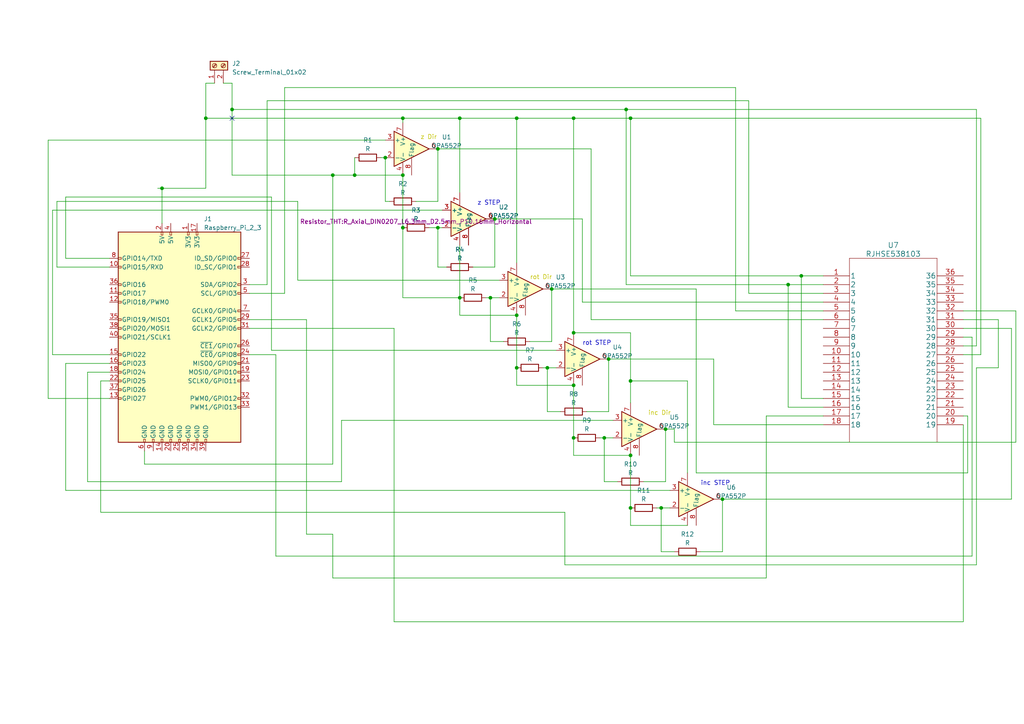
<source format=kicad_sch>
(kicad_sch (version 20220331) (generator eeschema)
  (paper "A4")
  (lib_symbols
    (symbol "2022-04-05_18-16-32:RJHSE538103" (pin_names (offset 0.254))
      (property "Reference" "U" (at 20.32 10.16 0))
      (property "Value" "RJHSE538103" (at 20.32 7.62 0))
      (symbol "RJHSE538103_1_1"
        (polyline (pts (xy 7.62 -48.26) (xy 33.02 -48.26)) (stroke (width 0.127)))
        (polyline (pts (xy 7.62 5.08) (xy 7.62 -48.26)) (stroke (width 0.127)))
        (polyline (pts (xy 33.02 -48.26) (xy 33.02 5.08)) (stroke (width 0.127)))
        (polyline (pts (xy 33.02 5.08) (xy 7.62 5.08)) (stroke (width 0.127)))
        (pin unspecified line (at 0 0 0) (length 7.62) (name "1") (number "1"))
        (pin unspecified line (at 0 -22.86 0) (length 7.62) (name "10") (number "10"))
        (pin unspecified line (at 0 -25.4 0) (length 7.62) (name "11") (number "11"))
        (pin unspecified line (at 0 -27.94 0) (length 7.62) (name "12") (number "12"))
        (pin unspecified line (at 0 -30.48 0) (length 7.62) (name "13") (number "13"))
        (pin unspecified line (at 0 -33.02 0) (length 7.62) (name "14") (number "14"))
        (pin unspecified line (at 0 -35.56 0) (length 7.62) (name "15") (number "15"))
        (pin unspecified line (at 0 -38.1 0) (length 7.62) (name "16") (number "16"))
        (pin unspecified line (at 0 -40.64 0) (length 7.62) (name "17") (number "17"))
        (pin unspecified line (at 0 -43.18 0) (length 7.62) (name "18") (number "18"))
        (pin unspecified line (at 40.64 -43.18 180) (length 7.62) (name "19") (number "19"))
        (pin unspecified line (at 0 -2.54 0) (length 7.62) (name "2") (number "2"))
        (pin unspecified line (at 40.64 -40.64 180) (length 7.62) (name "20") (number "20"))
        (pin unspecified line (at 40.64 -38.1 180) (length 7.62) (name "21") (number "21"))
        (pin unspecified line (at 40.64 -35.56 180) (length 7.62) (name "22") (number "22"))
        (pin unspecified line (at 40.64 -33.02 180) (length 7.62) (name "23") (number "23"))
        (pin unspecified line (at 40.64 -30.48 180) (length 7.62) (name "24") (number "24"))
        (pin unspecified line (at 40.64 -27.94 180) (length 7.62) (name "25") (number "25"))
        (pin unspecified line (at 40.64 -25.4 180) (length 7.62) (name "26") (number "26"))
        (pin unspecified line (at 40.64 -22.86 180) (length 7.62) (name "27") (number "27"))
        (pin unspecified line (at 40.64 -20.32 180) (length 7.62) (name "28") (number "28"))
        (pin unspecified line (at 40.64 -17.78 180) (length 7.62) (name "29") (number "29"))
        (pin unspecified line (at 0 -5.08 0) (length 7.62) (name "3") (number "3"))
        (pin unspecified line (at 40.64 -15.24 180) (length 7.62) (name "30") (number "30"))
        (pin unspecified line (at 40.64 -12.7 180) (length 7.62) (name "31") (number "31"))
        (pin unspecified line (at 40.64 -10.16 180) (length 7.62) (name "32") (number "32"))
        (pin unspecified line (at 40.64 -7.62 180) (length 7.62) (name "33") (number "33"))
        (pin unspecified line (at 40.64 -5.08 180) (length 7.62) (name "34") (number "34"))
        (pin unspecified line (at 40.64 -2.54 180) (length 7.62) (name "35") (number "35"))
        (pin unspecified line (at 40.64 0 180) (length 7.62) (name "36") (number "36"))
        (pin unspecified line (at 0 -7.62 0) (length 7.62) (name "4") (number "4"))
        (pin unspecified line (at 0 -10.16 0) (length 7.62) (name "5") (number "5"))
        (pin unspecified line (at 0 -12.7 0) (length 7.62) (name "6") (number "6"))
        (pin unspecified line (at 0 -15.24 0) (length 7.62) (name "7") (number "7"))
        (pin unspecified line (at 0 -17.78 0) (length 7.62) (name "8") (number "8"))
        (pin unspecified line (at 0 -20.32 0) (length 7.62) (name "9") (number "9"))
      )
    )
    (symbol "Amplifier_Operational:OPA552P" (pin_names (offset 0.127))
      (property "Reference" "U" (at 5.08 7.62 0))
      (property "Value" "OPA552P" (at 5.08 5.08 0))
      (symbol "OPA552P_1_1"
        (polyline (pts (xy -5.08 5.08) (xy 5.08 0) (xy -5.08 -5.08) (xy -5.08 5.08)) (stroke (width 0.254)) (fill (type background)))
        (pin no_connect line (at 0 2.54 270) (length 3.81) hide (name "NC") (number "1"))
        (pin input line (at -7.62 -2.54 0) (length 2.54) (name "-") (number "2"))
        (pin input line (at -7.62 2.54 0) (length 2.54) (name "+") (number "3"))
        (pin power_in line (at -2.54 -7.62 90) (length 3.81) (name "V-") (number "4"))
        (pin no_connect line (at 0 -2.54 90) (length 3.81) hide (name "NC") (number "5"))
        (pin output line (at 7.62 0 180) (length 2.54) (name "~") (number "6"))
        (pin power_in line (at -2.54 7.62 270) (length 3.81) (name "V+") (number "7"))
        (pin output line (at 0 -7.62 90) (length 5.08) (name "Flag") (number "8"))
      )
    )
    (symbol "Connector:Raspberry_Pi_2_3" (pin_names (offset 1.016))
      (property "Reference" "J" (at -17.78 31.75 0))
      (property "Value" "Raspberry_Pi_2_3" (at 10.16 -31.75 0))
      (symbol "Raspberry_Pi_2_3_0_1"
        (rectangle (start -17.78 30.48) (end 17.78 -30.48) (stroke (width 0.254)) (fill (type background)))
      )
      (symbol "Raspberry_Pi_2_3_1_1"
        (rectangle (start -16.891 -17.526) (end -17.78 -18.034))
        (rectangle (start -16.891 -14.986) (end -17.78 -15.494))
        (rectangle (start -16.891 -12.446) (end -17.78 -12.954))
        (rectangle (start -16.891 -9.906) (end -17.78 -10.414))
        (rectangle (start -16.891 -7.366) (end -17.78 -7.874))
        (rectangle (start -16.891 -4.826) (end -17.78 -5.334))
        (rectangle (start -16.891 0.254) (end -17.78 -0.254))
        (rectangle (start -16.891 2.794) (end -17.78 2.286))
        (rectangle (start -16.891 5.334) (end -17.78 4.826))
        (rectangle (start -16.891 10.414) (end -17.78 9.906))
        (rectangle (start -16.891 12.954) (end -17.78 12.446))
        (rectangle (start -16.891 15.494) (end -17.78 14.986))
        (rectangle (start -16.891 20.574) (end -17.78 20.066))
        (rectangle (start -16.891 23.114) (end -17.78 22.606))
        (rectangle (start -10.414 -29.591) (end -9.906 -30.48))
        (rectangle (start -7.874 -29.591) (end -7.366 -30.48))
        (rectangle (start -5.334 -29.591) (end -4.826 -30.48))
        (rectangle (start -5.334 30.48) (end -4.826 29.591))
        (rectangle (start -2.794 -29.591) (end -2.286 -30.48))
        (rectangle (start -2.794 30.48) (end -2.286 29.591))
        (rectangle (start -0.254 -29.591) (end 0.254 -30.48))
        (rectangle (start 2.286 -29.591) (end 2.794 -30.48))
        (rectangle (start 2.286 30.48) (end 2.794 29.591))
        (rectangle (start 4.826 -29.591) (end 5.334 -30.48))
        (rectangle (start 4.826 30.48) (end 5.334 29.591))
        (rectangle (start 7.366 -29.591) (end 7.874 -30.48))
        (rectangle (start 17.78 -20.066) (end 16.891 -20.574))
        (rectangle (start 17.78 -17.526) (end 16.891 -18.034))
        (rectangle (start 17.78 -12.446) (end 16.891 -12.954))
        (rectangle (start 17.78 -9.906) (end 16.891 -10.414))
        (rectangle (start 17.78 -7.366) (end 16.891 -7.874))
        (rectangle (start 17.78 -4.826) (end 16.891 -5.334))
        (rectangle (start 17.78 -2.286) (end 16.891 -2.794))
        (rectangle (start 17.78 2.794) (end 16.891 2.286))
        (rectangle (start 17.78 5.334) (end 16.891 4.826))
        (rectangle (start 17.78 7.874) (end 16.891 7.366))
        (rectangle (start 17.78 12.954) (end 16.891 12.446))
        (rectangle (start 17.78 15.494) (end 16.891 14.986))
        (rectangle (start 17.78 20.574) (end 16.891 20.066))
        (rectangle (start 17.78 23.114) (end 16.891 22.606))
        (pin power_in line (at 2.54 33.02 270) (length 2.54) (name "3V3") (number "1"))
        (pin bidirectional line (at -20.32 20.32 0) (length 2.54) (name "GPIO15/RXD") (number "10"))
        (pin bidirectional line (at -20.32 12.7 0) (length 2.54) (name "GPIO17") (number "11"))
        (pin bidirectional line (at -20.32 10.16 0) (length 2.54) (name "GPIO18/PWM0") (number "12"))
        (pin bidirectional line (at -20.32 -17.78 0) (length 2.54) (name "GPIO27") (number "13"))
        (pin power_in line (at -5.08 -33.02 90) (length 2.54) (name "GND") (number "14"))
        (pin bidirectional line (at -20.32 -5.08 0) (length 2.54) (name "GPIO22") (number "15"))
        (pin bidirectional line (at -20.32 -7.62 0) (length 2.54) (name "GPIO23") (number "16"))
        (pin power_in line (at 5.08 33.02 270) (length 2.54) (name "3V3") (number "17"))
        (pin bidirectional line (at -20.32 -10.16 0) (length 2.54) (name "GPIO24") (number "18"))
        (pin bidirectional line (at 20.32 -10.16 180) (length 2.54) (name "MOSI0/GPIO10") (number "19"))
        (pin power_in line (at -5.08 33.02 270) (length 2.54) (name "5V") (number "2"))
        (pin power_in line (at -2.54 -33.02 90) (length 2.54) (name "GND") (number "20"))
        (pin bidirectional line (at 20.32 -7.62 180) (length 2.54) (name "MISO0/GPIO9") (number "21"))
        (pin bidirectional line (at -20.32 -12.7 0) (length 2.54) (name "GPIO25") (number "22"))
        (pin bidirectional line (at 20.32 -12.7 180) (length 2.54) (name "SCLK0/GPIO11") (number "23"))
        (pin bidirectional line (at 20.32 -5.08 180) (length 2.54) (name "~{CE0}/GPIO8") (number "24"))
        (pin power_in line (at 0 -33.02 90) (length 2.54) (name "GND") (number "25"))
        (pin bidirectional line (at 20.32 -2.54 180) (length 2.54) (name "~{CE1}/GPIO7") (number "26"))
        (pin bidirectional line (at 20.32 22.86 180) (length 2.54) (name "ID_SD/GPIO0") (number "27"))
        (pin bidirectional line (at 20.32 20.32 180) (length 2.54) (name "ID_SC/GPIO1") (number "28"))
        (pin bidirectional line (at 20.32 5.08 180) (length 2.54) (name "GCLK1/GPIO5") (number "29"))
        (pin bidirectional line (at 20.32 15.24 180) (length 2.54) (name "SDA/GPIO2") (number "3"))
        (pin power_in line (at 2.54 -33.02 90) (length 2.54) (name "GND") (number "30"))
        (pin bidirectional line (at 20.32 2.54 180) (length 2.54) (name "GCLK2/GPIO6") (number "31"))
        (pin bidirectional line (at 20.32 -17.78 180) (length 2.54) (name "PWM0/GPIO12") (number "32"))
        (pin bidirectional line (at 20.32 -20.32 180) (length 2.54) (name "PWM1/GPIO13") (number "33"))
        (pin power_in line (at 5.08 -33.02 90) (length 2.54) (name "GND") (number "34"))
        (pin bidirectional line (at -20.32 5.08 0) (length 2.54) (name "GPIO19/MISO1") (number "35"))
        (pin bidirectional line (at -20.32 15.24 0) (length 2.54) (name "GPIO16") (number "36"))
        (pin bidirectional line (at -20.32 -15.24 0) (length 2.54) (name "GPIO26") (number "37"))
        (pin bidirectional line (at -20.32 2.54 0) (length 2.54) (name "GPIO20/MOSI1") (number "38"))
        (pin power_in line (at 7.62 -33.02 90) (length 2.54) (name "GND") (number "39"))
        (pin power_in line (at -2.54 33.02 270) (length 2.54) (name "5V") (number "4"))
        (pin bidirectional line (at -20.32 0 0) (length 2.54) (name "GPIO21/SCLK1") (number "40"))
        (pin bidirectional line (at 20.32 12.7 180) (length 2.54) (name "SCL/GPIO3") (number "5"))
        (pin power_in line (at -10.16 -33.02 90) (length 2.54) (name "GND") (number "6"))
        (pin bidirectional line (at 20.32 7.62 180) (length 2.54) (name "GCLK0/GPIO4") (number "7"))
        (pin bidirectional line (at -20.32 22.86 0) (length 2.54) (name "GPIO14/TXD") (number "8"))
        (pin power_in line (at -7.62 -33.02 90) (length 2.54) (name "GND") (number "9"))
      )
    )
    (symbol "Connector:Screw_Terminal_01x02" (pin_names (offset 1.016) hide)
      (property "Reference" "J" (at 0 2.54 0))
      (property "Value" "Screw_Terminal_01x02" (at 0 -5.08 0))
      (symbol "Screw_Terminal_01x02_1_1"
        (rectangle (start -1.27 1.27) (end 1.27 -3.81) (stroke (width 0.254)) (fill (type background)))
        (circle (center 0 -2.54) (radius 0.635) (stroke (width 0.1524)))
        (polyline (pts (xy -0.5334 -2.2098) (xy 0.3302 -3.048)) (stroke (width 0.1524)))
        (polyline (pts (xy -0.5334 0.3302) (xy 0.3302 -0.508)) (stroke (width 0.1524)))
        (polyline (pts (xy -0.3556 -2.032) (xy 0.508 -2.8702)) (stroke (width 0.1524)))
        (polyline (pts (xy -0.3556 0.508) (xy 0.508 -0.3302)) (stroke (width 0.1524)))
        (circle (center 0 0) (radius 0.635) (stroke (width 0.1524)))
        (pin passive line (at -5.08 0 0) (length 3.81) (name "Pin_1") (number "1"))
        (pin passive line (at -5.08 -2.54 0) (length 3.81) (name "Pin_2") (number "2"))
      )
    )
    (symbol "Device:R" (pin_numbers hide) (pin_names (offset 0))
      (property "Reference" "R" (at 2.032 0 90))
      (property "Value" "R" (at 0 0 90))
      (symbol "R_0_1"
        (rectangle (start -1.016 -2.54) (end 1.016 2.54) (stroke (width 0.254)))
      )
      (symbol "R_1_1"
        (pin passive line (at 0 3.81 270) (length 1.27) (name "~") (number "1"))
        (pin passive line (at 0 -3.81 90) (length 1.27) (name "~") (number "2"))
      )
    )
  )
  (junction (at 182.88 132.08))
  (junction (at 166.37 111.76))
  (junction (at 149.86 91.44))
  (junction (at 59.69 34.29))
  (junction (at 143.51 63.5))
  (junction (at 175.26 127))
  (junction (at 116.84 50.8))
  (junction (at 142.24 86.36))
  (junction (at 228.6 82.55))
  (junction (at 46.99 54.61))
  (junction (at 166.37 34.29))
  (junction (at 182.88 110.49))
  (junction (at 182.88 34.29))
  (junction (at 116.84 34.29))
  (junction (at 176.53 104.14))
  (junction (at 232.41 80.01))
  (junction (at 181.61 31.75))
  (junction (at 149.86 34.29))
  (junction (at 116.84 66.04))
  (junction (at 133.35 86.36))
  (junction (at 182.88 147.32))
  (junction (at 133.35 34.29))
  (junction (at 191.77 147.32))
  (junction (at 166.37 127))
  (junction (at 160.02 83.82))
  (junction (at 209.55 144.78))
  (junction (at 127 66.04))
  (junction (at 127 43.18))
  (junction (at 158.75 106.68))
  (junction (at 193.04 124.46))
  (junction (at 102.87 50.8))
  (junction (at 67.31 31.75))
  (junction (at 96.52 50.8))
  (junction (at 166.37 96.52))
  (junction (at 111.76 45.72))
  (junction (at 149.86 106.68))
  (no_connect (at 67.31 34.29))
  (wire (pts (xy 294.64 128.27) (xy 195.58 128.27)))
  (wire (pts (xy 238.76 115.57) (xy 232.41 115.57)))
  (wire (pts (xy 96.52 50.8) (xy 102.87 50.8)))
  (wire (pts (xy 182.88 34.29) (xy 182.88 80.01)))
  (wire (pts (xy 116.84 34.29) (xy 116.84 35.56)))
  (wire (pts (xy 102.87 50.8) (xy 116.84 50.8)))
  (wire (pts (xy 283.21 163.83) (xy 283.21 106.68)))
  (wire (pts (xy 124.46 66.04) (xy 127 66.04)))
  (wire (pts (xy 238.76 82.55) (xy 228.6 82.55)))
  (wire (pts (xy 111.76 45.72) (xy 111.76 58.42)))
  (wire (pts (xy 209.55 144.78) (xy 209.55 160.02)))
  (wire (pts (xy 209.55 160.02) (xy 203.2 160.02)))
  (wire (pts (xy 19.05 105.41) (xy 31.75 105.41)))
  (wire (pts (xy 15.24 102.87) (xy 31.75 102.87)))
  (wire (pts (xy 82.55 25.4) (xy 213.36 25.4)))
  (wire (pts (xy 182.88 80.01) (xy 232.41 80.01)))
  (wire (pts (xy 176.53 104.14) (xy 176.53 119.38)))
  (wire (pts (xy 59.69 34.29) (xy 59.69 54.61)))
  (wire (pts (xy 149.86 34.29) (xy 133.35 34.29)))
  (wire (pts (xy 228.6 118.11) (xy 238.76 118.11)))
  (wire (pts (xy 284.48 102.87) (xy 284.48 34.29)))
  (wire (pts (xy 96.52 167.64) (xy 96.52 154.94)))
  (wire (pts (xy 238.76 120.65) (xy 222.25 120.65)))
  (wire (pts (xy 149.86 106.68) (xy 149.86 111.76)))
  (wire (pts (xy 149.86 34.29) (xy 166.37 34.29)))
  (wire (pts (xy 31.75 115.57) (xy 13.97 115.57)))
  (wire (pts (xy 16.51 58.42) (xy 16.51 77.47)))
  (wire (pts (xy 283.21 106.68) (xy 289.56 106.68)))
  (wire (pts (xy 120.65 58.42) (xy 127 58.42)))
  (wire (pts (xy 182.88 110.49) (xy 182.88 96.52)))
  (wire (pts (xy 67.31 31.75) (xy 67.31 50.8)))
  (wire (pts (xy 222.25 167.64) (xy 96.52 167.64)))
  (wire (pts (xy 72.39 85.09) (xy 82.55 85.09)))
  (wire (pts (xy 168.91 63.5) (xy 143.51 63.5)))
  (wire (pts (xy 19.05 142.24) (xy 19.05 105.41)))
  (wire (pts (xy 294.64 90.17) (xy 294.64 128.27)))
  (wire (pts (xy 80.01 102.87) (xy 80.01 161.29)))
  (wire (pts (xy 160.02 99.06) (xy 153.67 99.06)))
  (wire (pts (xy 110.49 45.72) (xy 111.76 45.72)))
  (wire (pts (xy 181.61 82.55) (xy 181.61 31.75)))
  (wire (pts (xy 281.94 97.79) (xy 279.4 97.79)))
  (wire (pts (xy 177.8 121.92) (xy 99.06 121.92)))
  (wire (pts (xy 72.39 95.25) (xy 114.3 95.25)))
  (wire (pts (xy 163.83 163.83) (xy 283.21 163.83)))
  (wire (pts (xy 64.77 24.13) (xy 67.31 24.13)))
  (wire (pts (xy 279.4 90.17) (xy 294.64 90.17)))
  (wire (pts (xy 232.41 80.01) (xy 232.41 115.57)))
  (wire (pts (xy 238.76 123.19) (xy 207.01 123.19)))
  (wire (pts (xy 289.56 92.71) (xy 279.4 92.71)))
  (wire (pts (xy 279.4 102.87) (xy 284.48 102.87)))
  (wire (pts (xy 279.4 180.34) (xy 279.4 123.19)))
  (wire (pts (xy 279.4 100.33) (xy 283.21 100.33)))
  (wire (pts (xy 128.27 60.96) (xy 15.24 60.96)))
  (wire (pts (xy 25.4 107.95) (xy 31.75 107.95)))
  (wire (pts (xy 133.35 91.44) (xy 149.86 91.44)))
  (wire (pts (xy 161.29 101.6) (xy 78.74 101.6)))
  (wire (pts (xy 213.36 25.4) (xy 213.36 90.17)))
  (wire (pts (xy 78.74 101.6) (xy 78.74 57.15)))
  (wire (pts (xy 19.05 57.15) (xy 19.05 74.93)))
  (wire (pts (xy 72.39 102.87) (xy 80.01 102.87)))
  (wire (pts (xy 163.83 148.59) (xy 163.83 163.83)))
  (wire (pts (xy 137.16 77.47) (xy 143.51 77.47)))
  (wire (pts (xy 222.25 120.65) (xy 222.25 167.64)))
  (wire (pts (xy 16.51 77.47) (xy 31.75 77.47)))
  (wire (pts (xy 99.06 139.7) (xy 25.4 139.7)))
  (wire (pts (xy 228.6 118.11) (xy 228.6 82.55)))
  (wire (pts (xy 171.45 92.71) (xy 171.45 43.18)))
  (wire (pts (xy 289.56 106.68) (xy 289.56 92.71)))
  (wire (pts (xy 182.88 147.32) (xy 182.88 152.4)))
  (wire (pts (xy 77.47 29.21) (xy 217.17 29.21)))
  (wire (pts (xy 168.91 87.63) (xy 168.91 63.5)))
  (wire (pts (xy 182.88 132.08) (xy 182.88 147.32)))
  (wire (pts (xy 279.4 95.25) (xy 293.37 95.25)))
  (wire (pts (xy 149.86 76.2) (xy 149.86 34.29)))
  (wire (pts (xy 77.47 82.55) (xy 77.47 29.21)))
  (wire (pts (xy 149.86 91.44) (xy 149.86 106.68)))
  (wire (pts (xy 88.9 154.94) (xy 88.9 92.71)))
  (wire (pts (xy 279.4 120.65) (xy 280.67 120.65)))
  (wire (pts (xy 280.67 120.65) (xy 280.67 137.16)))
  (wire (pts (xy 127 43.18) (xy 171.45 43.18)))
  (wire (pts (xy 175.26 127) (xy 177.8 127)))
  (wire (pts (xy 80.01 161.29) (xy 281.94 161.29)))
  (wire (pts (xy 59.69 24.13) (xy 59.69 34.29)))
  (wire (pts (xy 46.99 54.61) (xy 46.99 64.77)))
  (wire (pts (xy 238.76 87.63) (xy 168.91 87.63)))
  (wire (pts (xy 133.35 34.29) (xy 116.84 34.29)))
  (wire (pts (xy 29.21 148.59) (xy 163.83 148.59)))
  (wire (pts (xy 96.52 50.8) (xy 96.52 134.62)))
  (wire (pts (xy 86.36 81.28) (xy 86.36 58.42)))
  (wire (pts (xy 25.4 139.7) (xy 25.4 107.95)))
  (wire (pts (xy 116.84 66.04) (xy 116.84 86.36)))
  (wire (pts (xy 228.6 82.55) (xy 181.61 82.55)))
  (wire (pts (xy 19.05 74.93) (xy 31.75 74.93)))
  (wire (pts (xy 195.58 124.46) (xy 193.04 124.46)))
  (wire (pts (xy 13.97 40.64) (xy 111.76 40.64)))
  (wire (pts (xy 102.87 45.72) (xy 102.87 50.8)))
  (wire (pts (xy 162.56 119.38) (xy 158.75 119.38)))
  (wire (pts (xy 182.88 116.84) (xy 182.88 110.49)))
  (wire (pts (xy 140.97 86.36) (xy 142.24 86.36)))
  (wire (pts (xy 195.58 160.02) (xy 191.77 160.02)))
  (wire (pts (xy 166.37 111.76) (xy 166.37 127)))
  (wire (pts (xy 207.01 123.19) (xy 207.01 104.14)))
  (wire (pts (xy 217.17 85.09) (xy 238.76 85.09)))
  (wire (pts (xy 199.39 110.49) (xy 182.88 110.49)))
  (wire (pts (xy 133.35 55.88) (xy 133.35 34.29)))
  (wire (pts (xy 41.91 134.62) (xy 41.91 130.81)))
  (wire (pts (xy 195.58 128.27) (xy 195.58 124.46)))
  (wire (pts (xy 191.77 147.32) (xy 194.31 147.32)))
  (wire (pts (xy 283.21 100.33) (xy 283.21 31.75)))
  (wire (pts (xy 15.24 60.96) (xy 15.24 102.87)))
  (wire (pts (xy 199.39 137.16) (xy 199.39 110.49)))
  (wire (pts (xy 67.31 31.75) (xy 181.61 31.75)))
  (wire (pts (xy 129.54 77.47) (xy 127 77.47)))
  (wire (pts (xy 201.93 83.82) (xy 160.02 83.82)))
  (wire (pts (xy 88.9 92.71) (xy 72.39 92.71)))
  (wire (pts (xy 31.75 110.49) (xy 29.21 110.49)))
  (wire (pts (xy 201.93 137.16) (xy 201.93 83.82)))
  (wire (pts (xy 86.36 58.42) (xy 16.51 58.42)))
  (wire (pts (xy 149.86 111.76) (xy 166.37 111.76)))
  (wire (pts (xy 166.37 96.52) (xy 182.88 96.52)))
  (wire (pts (xy 146.05 99.06) (xy 142.24 99.06)))
  (wire (pts (xy 182.88 152.4) (xy 199.39 152.4)))
  (wire (pts (xy 176.53 104.14) (xy 207.01 104.14)))
  (wire (pts (xy 127 66.04) (xy 127 77.47)))
  (wire (pts (xy 281.94 161.29) (xy 281.94 97.79)))
  (wire (pts (xy 99.06 121.92) (xy 99.06 139.7)))
  (wire (pts (xy 283.21 31.75) (xy 181.61 31.75)))
  (wire (pts (xy 142.24 86.36) (xy 144.78 86.36)))
  (wire (pts (xy 175.26 139.7) (xy 175.26 127)))
  (wire (pts (xy 158.75 119.38) (xy 158.75 106.68)))
  (wire (pts (xy 173.99 127) (xy 175.26 127)))
  (wire (pts (xy 160.02 83.82) (xy 160.02 99.06)))
  (wire (pts (xy 116.84 66.04) (xy 116.84 50.8)))
  (wire (pts (xy 67.31 50.8) (xy 96.52 50.8)))
  (wire (pts (xy 232.41 80.01) (xy 238.76 80.01)))
  (wire (pts (xy 166.37 34.29) (xy 166.37 96.52)))
  (wire (pts (xy 113.03 58.42) (xy 111.76 58.42)))
  (wire (pts (xy 293.37 144.78) (xy 209.55 144.78)))
  (wire (pts (xy 78.74 57.15) (xy 19.05 57.15)))
  (wire (pts (xy 157.48 106.68) (xy 158.75 106.68)))
  (wire (pts (xy 62.23 24.13) (xy 59.69 24.13)))
  (wire (pts (xy 116.84 86.36) (xy 133.35 86.36)))
  (wire (pts (xy 293.37 95.25) (xy 293.37 144.78)))
  (wire (pts (xy 144.78 81.28) (xy 86.36 81.28)))
  (wire (pts (xy 191.77 160.02) (xy 191.77 147.32)))
  (wire (pts (xy 13.97 115.57) (xy 13.97 40.64)))
  (wire (pts (xy 142.24 99.06) (xy 142.24 86.36)))
  (wire (pts (xy 193.04 139.7) (xy 186.69 139.7)))
  (wire (pts (xy 46.99 54.61) (xy 45.72 54.61)))
  (wire (pts (xy 190.5 147.32) (xy 191.77 147.32)))
  (wire (pts (xy 29.21 110.49) (xy 29.21 148.59)))
  (wire (pts (xy 179.07 139.7) (xy 175.26 139.7)))
  (wire (pts (xy 166.37 132.08) (xy 182.88 132.08)))
  (wire (pts (xy 166.37 34.29) (xy 182.88 34.29)))
  (wire (pts (xy 280.67 137.16) (xy 201.93 137.16)))
  (wire (pts (xy 238.76 92.71) (xy 171.45 92.71)))
  (wire (pts (xy 127 58.42) (xy 127 43.18)))
  (wire (pts (xy 96.52 154.94) (xy 88.9 154.94)))
  (wire (pts (xy 133.35 71.12) (xy 133.35 86.36)))
  (wire (pts (xy 127 66.04) (xy 128.27 66.04)))
  (wire (pts (xy 143.51 77.47) (xy 143.51 63.5)))
  (wire (pts (xy 114.3 180.34) (xy 279.4 180.34)))
  (wire (pts (xy 158.75 106.68) (xy 161.29 106.68)))
  (wire (pts (xy 194.31 142.24) (xy 19.05 142.24)))
  (wire (pts (xy 133.35 86.36) (xy 133.35 91.44)))
  (wire (pts (xy 96.52 134.62) (xy 41.91 134.62)))
  (wire (pts (xy 46.99 54.61) (xy 59.69 54.61)))
  (wire (pts (xy 213.36 90.17) (xy 238.76 90.17)))
  (wire (pts (xy 166.37 127) (xy 166.37 132.08)))
  (wire (pts (xy 284.48 34.29) (xy 182.88 34.29)))
  (wire (pts (xy 67.31 24.13) (xy 67.31 31.75)))
  (wire (pts (xy 59.69 34.29) (xy 116.84 34.29)))
  (wire (pts (xy 193.04 124.46) (xy 193.04 139.7)))
  (wire (pts (xy 82.55 85.09) (xy 82.55 25.4)))
  (wire (pts (xy 176.53 119.38) (xy 170.18 119.38)))
  (wire (pts (xy 114.3 95.25) (xy 114.3 180.34)))
  (wire (pts (xy 217.17 29.21) (xy 217.17 85.09)))
  (wire (pts (xy 72.39 82.55) (xy 77.47 82.55)))
  (text "rot STEP" (at 168.91 100.33 0) (effects (font (size 1.27 1.27)) (justify left bottom)))
  (text "rot Dir" (at 153.67 81.28 0) (effects (font (size 1.27 1.27)) (justify left bottom)))
  (text "z STEP" (at 138.43 59.69 0) (effects (font (size 1.27 1.27)) (justify left bottom)))
  (text "inc Dir" (at 187.96 120.65 0) (effects (font (size 1.27 1.27)) (justify left bottom)))
  (text "inc STEP" (at 203.2 140.97 0) (effects (font (size 1.27 1.27)) (justify left bottom)))
  (text "z Dir\n" (at 121.92 40.64 0) (effects (font (size 1.27 1.27)) (justify left bottom)))
  (symbol (lib_id "Device:R") (at 116.84 58.42 270) (unit 1)
    (property "Reference" "R2" (at 116.84 53.34 90))
    (property "Value" "R" (at 116.84 55.88 90))
    (property "Footprint" "Resistor_THT:R_Axial_DIN0207_L6.3mm_D2.5mm_P10.16mm_Horizontal" (effects hide))
  )
  (symbol (lib_id "Device:R") (at 137.16 86.36 270) (unit 1)
    (property "Reference" "R5" (at 137.16 81.28 90))
    (property "Value" "R" (at 137.16 83.82 90))
    (property "Footprint" "Resistor_THT:R_Axial_DIN0207_L6.3mm_D2.5mm_P10.16mm_Horizontal" (effects hide))
  )
  (symbol (lib_id "2022-04-05_18-16-32:RJHSE538103") (at 238.76 80.01 0) (unit 1)
    (property "Reference" "U7" (at 259.08 71.12 0) (effects (font (size 1.524 1.524))))
    (property "Value" "RJHSE538103" (at 259.08 73.66 0) (effects (font (size 1.524 1.524))))
    (property "Footprint" "RJHSE538103" (effects hide))
  )
  (symbol (lib_id "Device:R") (at 106.68 45.72 270) (unit 1)
    (property "Reference" "R1" (at 106.68 40.64 90))
    (property "Value" "R" (at 106.68 43.18 90))
    (property "Footprint" "Resistor_THT:R_Axial_DIN0207_L6.3mm_D2.5mm_P10.16mm_Horizontal" (effects hide))
  )
  (symbol (lib_id "Device:R") (at 170.18 127 270) (unit 1)
    (property "Reference" "R9" (at 170.18 121.92 90))
    (property "Value" "R" (at 170.18 124.46 90))
    (property "Footprint" "Resistor_THT:R_Axial_DIN0207_L6.3mm_D2.5mm_P10.16mm_Horizontal" (effects hide))
  )
  (symbol (lib_id "Device:R") (at 120.65 66.04 270) (unit 1)
    (property "Reference" "R3" (at 120.65 60.96 90))
    (property "Value" "R" (at 120.65 63.5 90))
    (property "Footprint" "Resistor_THT:R_Axial_DIN0207_L6.3mm_D2.5mm_P10.16mm_Horizontal" (at 120.65 64.262 90))
  )
  (symbol (lib_id "Device:R") (at 182.88 139.7 270) (unit 1)
    (property "Reference" "R10" (at 182.88 134.62 90))
    (property "Value" "R" (at 182.88 137.16 90))
    (property "Footprint" "Resistor_THT:R_Axial_DIN0207_L6.3mm_D2.5mm_P10.16mm_Horizontal" (effects hide))
  )
  (symbol (lib_id "Device:R") (at 149.86 99.06 270) (unit 1)
    (property "Reference" "R6" (at 149.86 93.98 90))
    (property "Value" "R" (at 149.86 96.52 90))
    (property "Footprint" "Resistor_THT:R_Axial_DIN0207_L6.3mm_D2.5mm_P10.16mm_Horizontal" (effects hide))
  )
  (symbol (lib_id "Amplifier_Operational:OPA552P") (at 185.42 124.46 0) (unit 1)
    (property "Reference" "U5" (at 195.58 121.0311 0))
    (property "Value" "OPA552P" (at 195.58 123.5711 0))
    (property "Footprint" "Package_DIP:DIP-8_W7.62mm" (effects hide))
    (property "Datasheet" "http://www.ti.com/lit/ds/symlink/opa552.pdf" (effects hide))
  )
  (symbol (lib_id "Amplifier_Operational:OPA552P") (at 201.93 144.78 0) (unit 1)
    (property "Reference" "U6" (at 212.09 141.3511 0))
    (property "Value" "OPA552P" (at 212.09 143.8911 0))
    (property "Footprint" "Package_DIP:DIP-8_W7.62mm" (effects hide))
    (property "Datasheet" "http://www.ti.com/lit/ds/symlink/opa552.pdf" (effects hide))
  )
  (symbol (lib_id "Amplifier_Operational:OPA552P") (at 168.91 104.14 0) (unit 1)
    (property "Reference" "U4" (at 179.07 100.7111 0))
    (property "Value" "OPA552P" (at 179.07 103.2511 0))
    (property "Footprint" "Package_DIP:DIP-8_W7.62mm" (effects hide))
    (property "Datasheet" "http://www.ti.com/lit/ds/symlink/opa552.pdf" (effects hide))
  )
  (symbol (lib_id "Amplifier_Operational:OPA552P") (at 152.4 83.82 0) (unit 1)
    (property "Reference" "U3" (at 162.56 80.3911 0))
    (property "Value" "OPA552P" (at 162.56 82.9311 0))
    (property "Footprint" "Package_DIP:DIP-8_W7.62mm" (effects hide))
    (property "Datasheet" "http://www.ti.com/lit/ds/symlink/opa552.pdf" (effects hide))
  )
  (symbol (lib_id "Connector:Raspberry_Pi_2_3") (at 52.07 97.79 0) (unit 1)
    (property "Reference" "J1" (at 59.1059 63.5 0) (effects (justify left)))
    (property "Value" "Raspberry_Pi_2_3" (at 59.1059 66.04 0) (effects (justify left)))
    (property "Footprint" "Connector_PinHeader_2.54mm:PinHeader_2x20_P2.54mm_Vertical" (effects hide))
    (property "Datasheet" "https://www.raspberrypi.org/documentation/hardware/raspberrypi/schematics/rpi_SCH_3bplus_1p0_reduced.pdf" (effects hide))
  )
  (symbol (lib_id "Amplifier_Operational:OPA552P") (at 119.38 43.18 0) (unit 1)
    (property "Reference" "U1" (at 129.54 39.7511 0))
    (property "Value" "OPA552P" (at 129.54 42.2911 0))
    (property "Footprint" "Package_DIP:DIP-8_W7.62mm" (effects hide))
    (property "Datasheet" "http://www.ti.com/lit/ds/symlink/opa552.pdf" (effects hide))
  )
  (symbol (lib_id "Device:R") (at 166.37 119.38 270) (unit 1)
    (property "Reference" "R8" (at 166.37 114.3 90))
    (property "Value" "R" (at 166.37 116.84 90))
    (property "Footprint" "Resistor_THT:R_Axial_DIN0207_L6.3mm_D2.5mm_P10.16mm_Horizontal" (effects hide))
  )
  (symbol (lib_id "Device:R") (at 153.67 106.68 270) (unit 1)
    (property "Reference" "R7" (at 153.67 101.6 90))
    (property "Value" "R" (at 153.67 104.14 90))
    (property "Footprint" "Resistor_THT:R_Axial_DIN0207_L6.3mm_D2.5mm_P10.16mm_Horizontal" (effects hide))
  )
  (symbol (lib_id "Device:R") (at 186.69 147.32 270) (unit 1)
    (property "Reference" "R11" (at 186.69 142.24 90))
    (property "Value" "R" (at 186.69 144.78 90))
    (property "Footprint" "Resistor_THT:R_Axial_DIN0207_L6.3mm_D2.5mm_P10.16mm_Horizontal" (effects hide))
  )
  (symbol (lib_id "Device:R") (at 133.35 77.47 270) (unit 1)
    (property "Reference" "R4" (at 133.35 72.39 90))
    (property "Value" "R" (at 133.35 74.93 90))
    (property "Footprint" "Resistor_THT:R_Axial_DIN0207_L6.3mm_D2.5mm_P10.16mm_Horizontal" (effects hide))
  )
  (symbol (lib_id "Amplifier_Operational:OPA552P") (at 135.89 63.5 0) (unit 1)
    (property "Reference" "U2" (at 146.05 60.0711 0))
    (property "Value" "OPA552P" (at 146.05 62.6111 0))
    (property "Footprint" "Package_DIP:DIP-8_W7.62mm" (effects hide))
    (property "Datasheet" "http://www.ti.com/lit/ds/symlink/opa552.pdf" (effects hide))
  )
  (symbol (lib_id "Connector:Screw_Terminal_01x02") (at 62.23 19.05 90) (unit 1)
    (property "Reference" "J2" (at 67.31 18.415 90) (effects (justify right)))
    (property "Value" "Screw_Terminal_01x02" (at 67.31 20.955 90) (effects (justify right)))
    (property "Footprint" "Connector_PinHeader_2.54mm:PinHeader_1x02_P2.54mm_Vertical" (effects hide))
  )
  (symbol (lib_id "Device:R") (at 199.39 160.02 270) (unit 1)
    (property "Reference" "R12" (at 199.39 154.94 90))
    (property "Value" "R" (at 199.39 157.48 90))
    (property "Footprint" "Resistor_THT:R_Axial_DIN0207_L6.3mm_D2.5mm_P10.16mm_Horizontal" (effects hide))
  )
)
</source>
